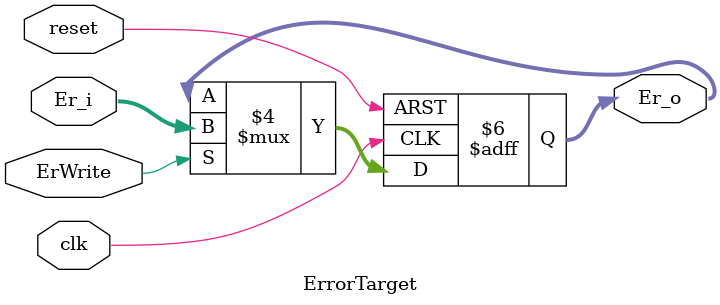
<source format=v>
`timescale 1ns / 1ps

module ErrorTarget(reset, clk, ErWrite, Er_i, Er_o);
    //Input Clock Signals
    input reset;             
    input clk;
    //Input Control Signals             
    input ErWrite;
    //Input PC             
    input [4:0] Er_i;
    //Output PC  
    output reg [4:0] Er_o; 
    
    initial begin
        Er_o <= 0;
    end


always@(posedge reset or posedge clk)
    begin
        if(reset) begin
            Er_o <= 0;
        end else if (ErWrite) begin
            Er_o <= Er_i;
        end else begin
            Er_o <= Er_o;
        end
    end
endmodule
</source>
